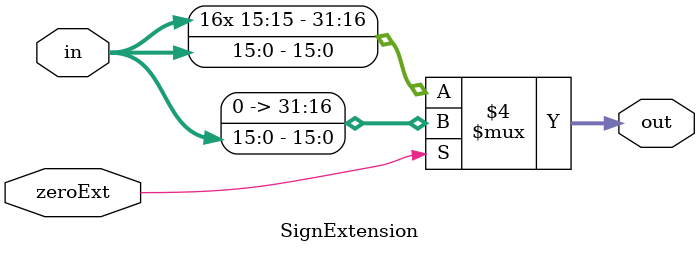
<source format=v>
`timescale 1ns / 1ps
module SignExtension(in, out, zeroExt);

    /* A 16-Bit input word */
    input [15:0] in;
    
    /* A 32-Bit output word */
    output reg [31:0] out;
    
    input zeroExt;
    
    always @(in, zeroExt) begin
    
    if(zeroExt == 1)    begin
        out <= {{16'b0},in};
    end    
    else begin
        out <= {{16{in[15]}}, in};
    end    
    end
    
endmodule

</source>
